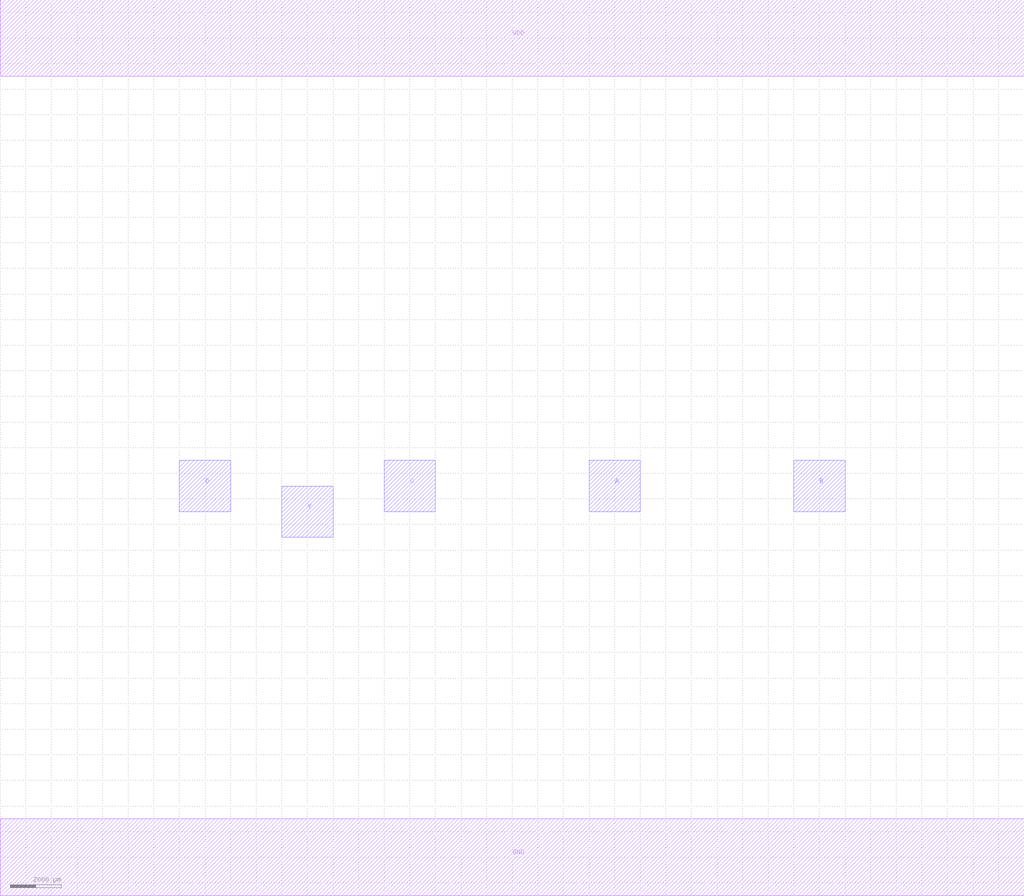
<source format=lef>
MACRO OAI22X1
 CLASS CORE ;
 ORIGIN 0 0 ;
 FOREIGN OAI22X1 0 0 ;
 SITE CORE ;
 SYMMETRY X Y R90 ;
  PIN VDD
   DIRECTION INOUT ;
   USE SIGNAL ;
   SHAPE ABUTMENT ;
    PORT
     CLASS CORE ;
       LAYER metal1 ;
        RECT 0.00000000 30500.00000000 40000.00000000 33500.00000000 ;
    END
  END VDD

  PIN GND
   DIRECTION INOUT ;
   USE SIGNAL ;
   SHAPE ABUTMENT ;
    PORT
     CLASS CORE ;
       LAYER metal1 ;
        RECT 0.00000000 -1500.00000000 40000.00000000 1500.00000000 ;
    END
  END GND

  PIN D
   DIRECTION INOUT ;
   USE SIGNAL ;
   SHAPE ABUTMENT ;
    PORT
     CLASS CORE ;
       LAYER metal2 ;
        RECT 7000.00000000 13500.00000000 9000.00000000 15500.00000000 ;
    END
  END D

  PIN C
   DIRECTION INOUT ;
   USE SIGNAL ;
   SHAPE ABUTMENT ;
    PORT
     CLASS CORE ;
       LAYER metal2 ;
        RECT 15000.00000000 13500.00000000 17000.00000000 15500.00000000 ;
    END
  END C

  PIN A
   DIRECTION INOUT ;
   USE SIGNAL ;
   SHAPE ABUTMENT ;
    PORT
     CLASS CORE ;
       LAYER metal2 ;
        RECT 23000.00000000 13500.00000000 25000.00000000 15500.00000000 ;
    END
  END A

  PIN B
   DIRECTION INOUT ;
   USE SIGNAL ;
   SHAPE ABUTMENT ;
    PORT
     CLASS CORE ;
       LAYER metal2 ;
        RECT 31000.00000000 13500.00000000 33000.00000000 15500.00000000 ;
    END
  END B

  PIN Y
   DIRECTION INOUT ;
   USE SIGNAL ;
   SHAPE ABUTMENT ;
    PORT
     CLASS CORE ;
       LAYER metal2 ;
        RECT 11000.00000000 12500.00000000 13000.00000000 14500.00000000 ;
    END
  END Y


END OAI22X1

</source>
